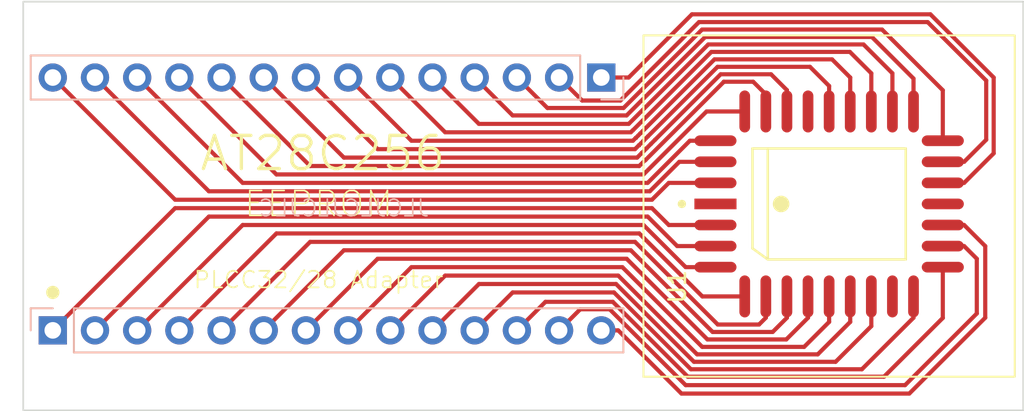
<source format=kicad_pcb>
(kicad_pcb (version 20211014) (generator pcbnew)
  (layers (0 "F.Cu" signal) (31 "B.Cu" signal) (34 "B.Paste" user) (35 "F.Paste" user) (36 "B.SilkS" user "B.Silkscreen") (37 "F.SilkS" user "F.Silkscreen") (38 "B.Mask" user) (39 "F.Mask" user) (44 "Edge.Cuts" user))
  (net 0 "")
  (net 1 "Net-(J1-Pad1)")
  (net 2 "Net-(J1-Pad2)")
  (net 3 "Net-(J1-Pad3)")
  (net 4 "Net-(J1-Pad4)")
  (net 5 "Net-(J1-Pad5)")
  (net 6 "Net-(J1-Pad6)")
  (net 7 "Net-(J1-Pad7)")
  (net 8 "Net-(J1-Pad8)")
  (net 9 "Net-(J1-Pad9)")
  (net 10 "Net-(J1-Pad10)")
  (net 11 "Net-(J1-Pad11)")
  (net 12 "Net-(J1-Pad12)")
  (net 13 "Net-(J1-Pad13)")
  (net 14 "Net-(J2-Pad1)")
  (net 15 "Net-(J2-Pad2)")
  (net 16 "Net-(J2-Pad3)")
  (net 17 "Net-(J2-Pad4)")
  (net 18 "Net-(J2-Pad5)")
  (net 19 "Net-(J2-Pad6)")
  (net 20 "Net-(J2-Pad7)")
  (net 21 "Net-(J2-Pad8)")
  (net 22 "Net-(J2-Pad9)")
  (net 23 "Net-(J2-Pad10)")
  (net 24 "Net-(J2-Pad11)")
  (net 25 "Net-(J2-Pad12)")
  (net 26 "Net-(J2-Pad13)")
  (net 31 "VCC")
  (net 32 "GND")
  (footprint "Stephenv6:Microchip-32J-10_2001-B-IPC_A" (layer "F.Cu") (at 154.686 112.014 90)
    (fp_text reference "U1" (at -6.091329 -9.136329 90) (layer "F.SilkS") (effects (justify left)))
    (fp_text value "PLCC32_28_28C256" hide)
    (fp_line (start -3.34425 -3.6914) (end 3.34425 -3.6914) (layer "F.SilkS") (width 0.15))
    (fp_line (start -2.6754 -4.61425) (end -3.34425 -3.6914) (layer "F.SilkS") (width 0.15))
    (fp_line (start 3.34425 4.61425) (end 3.34425 -4.61425) (layer "F.SilkS") (width 0.15))
    (fp_line (start 3.34425 -4.61425) (end -2.6754 -4.61425) (layer "F.SilkS") (width 0.15))
    (fp_line (start -3.34425 4.61425) (end 3.34425 4.61425) (layer "F.SilkS") (width 0.15))
    (fp_line (start -3.34425 -3.6914) (end -3.34425 4.61425) (layer "F.SilkS") (width 0.15))
    (fp_rect (start -10.414 -11.176) (end 10.16 11.176) (layer "F.SilkS") (width 0.12) (fill none))
    (fp_circle (center 0 -8.865329) (end 0.125 -8.865329) (layer "F.SilkS") (width 0.25) (fill none))
    (fp_circle (center 0 -2.8914) (end 0.25 -2.8914) (layer "F.SilkS") (width 0.5) (fill none))
    (pad "1" smd rect (at 0 -6.843552 90) (size 0.644962 2.535553) (layers "F.Cu" "F.Paste" "F.Mask"))
    (pad "2" smd roundrect (at -1.27 -6.843552 90) (size 0.644962 2.535553) (layers "F.Cu" "F.Paste" "F.Mask") (roundrect_rratio 0.5) (net 14 "Net-(J2-Pad1)"))
    (pad "3" smd roundrect (at -2.54 -6.843552 90) (size 0.644962 2.535553) (layers "F.Cu" "F.Paste" "F.Mask") (roundrect_rratio 0.5) (net 15 "Net-(J2-Pad2)"))
    (pad "4" smd roundrect (at -3.81 -6.843552 90) (size 0.644962 2.535553) (layers "F.Cu" "F.Paste" "F.Mask") (roundrect_rratio 0.5) (net 16 "Net-(J2-Pad3)"))
    (pad "5" smd roundrect (at -5.573552 -5.08 90) (size 2.535553 0.644962) (layers "F.Cu" "F.Paste" "F.Mask") (roundrect_rratio 0.5) (net 17 "Net-(J2-Pad4)"))
    (pad "6" smd roundrect (at -5.573552 -3.81 90) (size 2.535553 0.644962) (layers "F.Cu" "F.Paste" "F.Mask") (roundrect_rratio 0.5) (net 18 "Net-(J2-Pad5)"))
    (pad "7" smd roundrect (at -5.573552 -2.54 90) (size 2.535553 0.644962) (layers "F.Cu" "F.Paste" "F.Mask") (roundrect_rratio 0.5) (net 19 "Net-(J2-Pad6)"))
    (pad "8" smd roundrect (at -5.573552 -1.27 90) (size 2.535553 0.644962) (layers "F.Cu" "F.Paste" "F.Mask") (roundrect_rratio 0.5) (net 20 "Net-(J2-Pad7)"))
    (pad "9" smd roundrect (at -5.573552 0 90) (size 2.535553 0.644962) (layers "F.Cu" "F.Paste" "F.Mask") (roundrect_rratio 0.5) (net 21 "Net-(J2-Pad8)"))
    (pad "10" smd roundrect (at -5.573552 1.27 90) (size 2.535553 0.644962) (layers "F.Cu" "F.Paste" "F.Mask") (roundrect_rratio 0.5) (net 22 "Net-(J2-Pad9)"))
    (pad "11" smd roundrect (at -5.573552 2.54 90) (size 2.535553 0.644962) (layers "F.Cu" "F.Paste" "F.Mask") (roundrect_rratio 0.5) (net 23 "Net-(J2-Pad10)"))
    (pad "12" smd roundrect (at -5.573552 3.81 90) (size 2.535553 0.644962) (layers "F.Cu" "F.Paste" "F.Mask") (roundrect_rratio 0.5))
    (pad "13" smd roundrect (at -5.573552 5.08 90) (size 2.535553 0.644962) (layers "F.Cu" "F.Paste" "F.Mask") (roundrect_rratio 0.5) (net 24 "Net-(J2-Pad11)"))
    (pad "14" smd roundrect (at -3.81 6.843553 90) (size 0.644962 2.535553) (layers "F.Cu" "F.Paste" "F.Mask") (roundrect_rratio 0.5) (net 25 "Net-(J2-Pad12)"))
    (pad "15" smd roundrect (at -2.54 6.843553 90) (size 0.644962 2.535553) (layers "F.Cu" "F.Paste" "F.Mask") (roundrect_rratio 0.5) (net 26 "Net-(J2-Pad13)"))
    (pad "16" smd roundrect (at -1.27 6.843553 90) (size 0.644962 2.535553) (layers "F.Cu" "F.Paste" "F.Mask") (roundrect_rratio 0.5) (net 32 "GND"))
    (pad "17" smd roundrect (at 0 6.843553 90) (size 0.644962 2.535553) (layers "F.Cu" "F.Paste" "F.Mask") (roundrect_rratio 0.5))
    (pad "18" smd roundrect (at 1.27 6.843553 90) (size 0.644962 2.535553) (layers "F.Cu" "F.Paste" "F.Mask") (roundrect_rratio 0.5) (net 1 "Net-(J1-Pad1)"))
    (pad "19" smd roundrect (at 2.54 6.843553 90) (size 0.644962 2.535553) (layers "F.Cu" "F.Paste" "F.Mask") (roundrect_rratio 0.5) (net 2 "Net-(J1-Pad2)"))
    (pad "20" smd roundrect (at 3.81 6.843553 90) (size 0.644962 2.535553) (layers "F.Cu" "F.Paste" "F.Mask") (roundrect_rratio 0.5) (net 3 "Net-(J1-Pad3)"))
    (pad "21" smd roundrect (at 5.573553 5.08 90) (size 2.535553 0.644962) (layers "F.Cu" "F.Paste" "F.Mask") (roundrect_rratio 0.5) (net 4 "Net-(J1-Pad4)"))
    (pad "22" smd roundrect (at 5.573553 3.81 90) (size 2.535553 0.644962) (layers "F.Cu" "F.Paste" "F.Mask") (roundrect_rratio 0.5) (net 5 "Net-(J1-Pad5)"))
    (pad "23" smd roundrect (at 5.573553 2.54 90) (size 2.535553 0.644962) (layers "F.Cu" "F.Paste" "F.Mask") (roundrect_rratio 0.5) (net 6 "Net-(J1-Pad6)"))
    (pad "24" smd roundrect (at 5.573553 1.27 90) (size 2.535553 0.644962) (layers "F.Cu" "F.Paste" "F.Mask") (roundrect_rratio 0.5) (net 7 "Net-(J1-Pad7)"))
    (pad "25" smd roundrect (at 5.573553 0 90) (size 2.535553 0.644962) (layers "F.Cu" "F.Paste" "F.Mask") (roundrect_rratio 0.5) (net 8 "Net-(J1-Pad8)"))
    (pad "26" smd roundrect (at 5.573553 -1.27 90) (size 2.535553 0.644962) (layers "F.Cu" "F.Paste" "F.Mask") (roundrect_rratio 0.5))
    (pad "27" smd roundrect (at 5.573553 -2.54 90) (size 2.535553 0.644962) (layers "F.Cu" "F.Paste" "F.Mask") (roundrect_rratio 0.5) (net 9 "Net-(J1-Pad9)"))
    (pad "28" smd roundrect (at 5.573553 -3.81 90) (size 2.535553 0.644962) (layers "F.Cu" "F.Paste" "F.Mask") (roundrect_rratio 0.5) (net 10 "Net-(J1-Pad10)"))
    (pad "29" smd roundrect (at 5.573553 -5.08 90) (size 2.535553 0.644962) (layers "F.Cu" "F.Paste" "F.Mask") (roundrect_rratio 0.5) (net 11 "Net-(J1-Pad11)"))
    (pad "30" smd roundrect (at 3.81 -6.843552 90) (size 0.644962 2.535553) (layers "F.Cu" "F.Paste" "F.Mask") (roundrect_rratio 0.5) (net 12 "Net-(J1-Pad12)"))
    (pad "31" smd roundrect (at 2.54 -6.843552 90) (size 0.644962 2.535553) (layers "F.Cu" "F.Paste" "F.Mask") (roundrect_rratio 0.5) (net 13 "Net-(J1-Pad13)"))
    (pad "32" smd roundrect (at 1.27 -6.843552 90) (size 0.644962 2.535553) (layers "F.Cu" "F.Paste" "F.Mask") (roundrect_rratio 0.5) (net 31 "VCC"))
  )
  (footprint "Connector_PinHeader_2.54mm:PinHeader_1x14_P2.54mm_Vertical" (layer "B.Cu") (at 140.97 104.394 90)
    (fp_text reference "J1" hide)
    (fp_text value "Conn_01x14")
    (fp_line (start -1.33 -34.35) (end 1.33 -34.35) (layer "B.SilkS") (width 0.12))
    (fp_line (start -1.33 1.33) (end 0 1.33) (layer "B.SilkS") (width 0.12))
    (fp_line (start -1.33 0) (end -1.33 1.33) (layer "B.SilkS") (width 0.12))
    (fp_line (start 1.33 -1.27) (end 1.33 -34.35) (layer "B.SilkS") (width 0.12))
    (fp_line (start -1.33 -1.27) (end 1.33 -1.27) (layer "B.SilkS") (width 0.12))
    (fp_line (start -1.33 -1.27) (end -1.33 -34.35) (layer "B.SilkS") (width 0.12))
    (pad "1" thru_hole rect locked (at 0 0 90) (size 1.7 1.7) (drill 1) (layers *.Cu *.Mask) (net 1 "Net-(J1-Pad1)"))
    (pad "2" thru_hole oval locked (at 0 -2.54 90) (size 1.7 1.7) (drill 1) (layers *.Cu *.Mask) (net 2 "Net-(J1-Pad2)"))
    (pad "3" thru_hole oval locked (at 0 -5.08 90) (size 1.7 1.7) (drill 1) (layers *.Cu *.Mask) (net 3 "Net-(J1-Pad3)"))
    (pad "4" thru_hole oval locked (at 0 -7.62 90) (size 1.7 1.7) (drill 1) (layers *.Cu *.Mask) (net 4 "Net-(J1-Pad4)"))
    (pad "5" thru_hole oval locked (at 0 -10.16 90) (size 1.7 1.7) (drill 1) (layers *.Cu *.Mask) (net 5 "Net-(J1-Pad5)"))
    (pad "6" thru_hole oval locked (at 0 -12.7 90) (size 1.7 1.7) (drill 1) (layers *.Cu *.Mask) (net 6 "Net-(J1-Pad6)"))
    (pad "7" thru_hole oval locked (at 0 -15.24 90) (size 1.7 1.7) (drill 1) (layers *.Cu *.Mask) (net 7 "Net-(J1-Pad7)"))
    (pad "8" thru_hole oval locked (at 0 -17.78 90) (size 1.7 1.7) (drill 1) (layers *.Cu *.Mask) (net 8 "Net-(J1-Pad8)"))
    (pad "9" thru_hole oval locked (at 0 -20.32 90) (size 1.7 1.7) (drill 1) (layers *.Cu *.Mask) (net 9 "Net-(J1-Pad9)"))
    (pad "10" thru_hole oval locked (at 0 -22.86 90) (size 1.7 1.7) (drill 1) (layers *.Cu *.Mask) (net 10 "Net-(J1-Pad10)"))
    (pad "11" thru_hole oval locked (at 0 -25.4 90) (size 1.7 1.7) (drill 1) (layers *.Cu *.Mask) (net 11 "Net-(J1-Pad11)"))
    (pad "12" thru_hole oval locked (at 0 -27.94 90) (size 1.7 1.7) (drill 1) (layers *.Cu *.Mask) (net 12 "Net-(J1-Pad12)"))
    (pad "13" thru_hole oval locked (at 0 -30.48 90) (size 1.7 1.7) (drill 1) (layers *.Cu *.Mask) (net 13 "Net-(J1-Pad13)"))
    (pad "14" thru_hole oval locked (at 0 -33.02 90) (size 1.7 1.7) (drill 1) (layers *.Cu *.Mask) (net 31 "VCC"))
  )
  (footprint "Connector_PinHeader_2.54mm:PinHeader_1x14_P2.54mm_Vertical" (layer "B.Cu") (at 107.95 119.634 -90)
    (fp_text reference "J2" hide)
    (fp_text value "Conn_01x14")
    (fp_line (start 1.33 -1.27) (end 1.33 -34.35) (layer "B.SilkS") (width 0.12))
    (fp_line (start -1.33 1.33) (end 0 1.33) (layer "B.SilkS") (width 0.12))
    (fp_line (start -1.33 -34.35) (end 1.33 -34.35) (layer "B.SilkS") (width 0.12))
    (fp_line (start -1.33 -1.27) (end 1.33 -1.27) (layer "B.SilkS") (width 0.12))
    (fp_line (start -1.33 0) (end -1.33 1.33) (layer "B.SilkS") (width 0.12))
    (fp_line (start -1.33 -1.27) (end -1.33 -34.35) (layer "B.SilkS") (width 0.12))
    (pad "1" thru_hole rect locked (at 0 0 270) (size 1.7 1.7) (drill 1) (layers *.Cu *.Mask) (net 14 "Net-(J2-Pad1)"))
    (pad "2" thru_hole oval locked (at 0 -2.54 270) (size 1.7 1.7) (drill 1) (layers *.Cu *.Mask) (net 15 "Net-(J2-Pad2)"))
    (pad "3" thru_hole oval locked (at 0 -5.08 270) (size 1.7 1.7) (drill 1) (layers *.Cu *.Mask) (net 16 "Net-(J2-Pad3)"))
    (pad "4" thru_hole oval locked (at 0 -7.62 270) (size 1.7 1.7) (drill 1) (layers *.Cu *.Mask) (net 17 "Net-(J2-Pad4)"))
    (pad "5" thru_hole oval locked (at 0 -10.16 270) (size 1.7 1.7) (drill 1) (layers *.Cu *.Mask) (net 18 "Net-(J2-Pad5)"))
    (pad "6" thru_hole oval locked (at 0 -12.7 270) (size 1.7 1.7) (drill 1) (layers *.Cu *.Mask) (net 19 "Net-(J2-Pad6)"))
    (pad "7" thru_hole oval locked (at 0 -15.24 270) (size 1.7 1.7) (drill 1) (layers *.Cu *.Mask) (net 20 "Net-(J2-Pad7)"))
    (pad "8" thru_hole oval locked (at 0 -17.78 270) (size 1.7 1.7) (drill 1) (layers *.Cu *.Mask) (net 21 "Net-(J2-Pad8)"))
    (pad "9" thru_hole oval locked (at 0 -20.32 270) (size 1.7 1.7) (drill 1) (layers *.Cu *.Mask) (net 22 "Net-(J2-Pad9)"))
    (pad "10" thru_hole oval locked (at 0 -22.86 270) (size 1.7 1.7) (drill 1) (layers *.Cu *.Mask) (net 23 "Net-(J2-Pad10)"))
    (pad "11" thru_hole oval locked (at 0 -25.4 270) (size 1.7 1.7) (drill 1) (layers *.Cu *.Mask) (net 24 "Net-(J2-Pad11)"))
    (pad "12" thru_hole oval locked (at 0 -27.94 270) (size 1.7 1.7) (drill 1) (layers *.Cu *.Mask) (net 25 "Net-(J2-Pad12)"))
    (pad "13" thru_hole oval locked (at 0 -30.48 270) (size 1.7 1.7) (drill 1) (layers *.Cu *.Mask) (net 26 "Net-(J2-Pad13)"))
    (pad "14" thru_hole oval locked (at 0 -33.02 270) (size 1.7 1.7) (drill 1) (layers *.Cu *.Mask) (net 32 "GND"))
  )
  (gr_circle (center 107.95 117.348) (end 107.95 117.548) (layer "F.SilkS") (width 0.4) (fill none))
  (gr_rect (start 166.37 99.822) (end 106.172 124.46) (layer "Edge.Cuts") (width 0.1) (fill none))
  (gr_text "JLCJLCJLCJLC" (at 125.476 112.268) (layer "B.SilkS") (effects (font (size 1 1) (thickness 0.1)) (justify mirror)))
  (gr_text "EEPROM" (at 123.952 112.014) (layer "F.SilkS") (effects (font (size 1.5 1.5) (thickness 0.1))))
  (gr_text "PLCC32/28 Adapter" (at 123.952 116.586) (layer "F.SilkS") (effects (font (size 1 1) (thickness 0.1))))
  (gr_text "AT28C256" (at 124.206 108.966) (layer "F.SilkS") (effects (font (size 2 2) (thickness 0.2))))
  (segment (start 146.428888 100.584) (end 160.783407 100.584) (width 0.25) (layer "F.Cu") (net 1))
  (segment (start 142.618888 104.394) (end 146.428888 100.584) (width 0.25) (layer "F.Cu") (net 1))
  (segment (start 162.814 110.744) (end 161.529553 110.744) (width 0.25) (layer "F.Cu") (net 1))
  (segment (start 164.592 108.966) (end 162.814 110.744) (width 0.25) (layer "F.Cu") (net 1))
  (segment (start 140.97 104.394) (end 142.618888 104.394) (width 0.25) (layer "F.Cu") (net 1))
  (segment (start 160.783407 100.584) (end 164.592 104.392593) (width 0.25) (layer "F.Cu") (net 1))
  (segment (start 164.592 104.392593) (end 164.592 108.966) (width 0.25) (layer "F.Cu") (net 1))
  (segment (start 162.814 109.474) (end 161.529553 109.474) (width 0.25) (layer "F.Cu") (net 2))
  (segment (start 142.123022 105.780978) (end 146.852089 101.051911) (width 0.25) (layer "F.Cu") (net 2))
  (segment (start 138.43 104.394) (end 139.816978 105.780978) (width 0.25) (layer "F.Cu") (net 2))
  (segment (start 164.142489 108.145511) (end 162.814 109.474) (width 0.25) (layer "F.Cu") (net 2))
  (segment (start 160.615615 101.051911) (end 164.142489 104.578785) (width 0.25) (layer "F.Cu") (net 2))
  (segment (start 139.816978 105.780978) (end 142.123022 105.780978) (width 0.25) (layer "F.Cu") (net 2))
  (segment (start 164.142489 104.578785) (end 164.142489 108.145511) (width 0.25) (layer "F.Cu") (net 2))
  (segment (start 146.852089 101.051911) (end 160.615615 101.051911) (width 0.25) (layer "F.Cu") (net 2))
  (segment (start 135.89 104.394) (end 137.726489 106.230489) (width 0.25) (layer "F.Cu") (net 3))
  (segment (start 142.309216 106.230488) (end 147.038282 101.501422) (width 0.25) (layer "F.Cu") (net 3))
  (segment (start 147.038282 101.501422) (end 157.869378 101.501422) (width 0.25) (layer "F.Cu") (net 3))
  (segment (start 137.726489 106.230489) (end 142.309216 106.230488) (width 0.25) (layer "F.Cu") (net 3))
  (segment (start 161.529553 105.161597) (end 161.529553 108.204) (width 0.25) (layer "F.Cu") (net 3))
  (segment (start 157.869378 101.501422) (end 161.529553 105.161597) (width 0.25) (layer "F.Cu") (net 3))
  (segment (start 135.636 106.68) (end 142.49541 106.679998) (width 0.25) (layer "F.Cu") (net 4))
  (segment (start 159.766 104.457148) (end 159.766 106.440447) (width 0.25) (layer "F.Cu") (net 4))
  (segment (start 142.49541 106.679998) (end 147.224475 101.950933) (width 0.25) (layer "F.Cu") (net 4))
  (segment (start 147.224475 101.950933) (end 157.259785 101.950933) (width 0.25) (layer "F.Cu") (net 4))
  (segment (start 157.259785 101.950933) (end 159.766 104.457148) (width 0.25) (layer "F.Cu") (net 4))
  (segment (start 133.35 104.394) (end 135.636 106.68) (width 0.25) (layer "F.Cu") (net 4))
  (segment (start 130.81 104.394) (end 133.604 107.188) (width 0.25) (layer "F.Cu") (net 5))
  (segment (start 147.410668 102.400444) (end 156.756444 102.400444) (width 0.25) (layer "F.Cu") (net 5))
  (segment (start 142.623112 107.188) (end 147.410668 102.400444) (width 0.25) (layer "F.Cu") (net 5))
  (segment (start 156.756444 102.400444) (end 158.496 104.14) (width 0.25) (layer "F.Cu") (net 5))
  (segment (start 133.604 107.188) (end 142.623112 107.188) (width 0.25) (layer "F.Cu") (net 5))
  (segment (start 158.496 104.14) (end 158.496 106.440447) (width 0.25) (layer "F.Cu") (net 5))
  (segment (start 131.572 107.696) (end 142.745184 107.696) (width 0.25) (layer "F.Cu") (net 6))
  (segment (start 142.867798 107.579018) (end 147.596861 102.849955) (width 0.25) (layer "F.Cu") (net 6))
  (segment (start 128.27 104.394) (end 131.572 107.696) (width 0.25) (layer "F.Cu") (net 6))
  (segment (start 157.226 104.14) (end 157.226 106.440447) (width 0.25) (layer "F.Cu") (net 6))
  (segment (start 142.745184 107.696) (end 142.862166 107.579018) (width 0.25) (layer "F.Cu") (net 6))
  (segment (start 147.596861 102.849955) (end 155.935955 102.849955) (width 0.25) (layer "F.Cu") (net 6))
  (segment (start 142.862166 107.579018) (end 142.867798 107.579018) (width 0.25) (layer "F.Cu") (net 6))
  (segment (start 155.935955 102.849955) (end 157.226 104.14) (width 0.25) (layer "F.Cu") (net 6))
  (segment (start 147.783054 103.299466) (end 154.861466 103.299466) (width 0.25) (layer "F.Cu") (net 7))
  (segment (start 143.317388 107.765179) (end 143.317388 107.765132) (width 0.25) (layer "F.Cu") (net 7))
  (segment (start 143.054023 108.028497) (end 143.05407 108.028497) (width 0.25) (layer "F.Cu") (net 7))
  (segment (start 143.054151 108.028464) (end 143.188587 107.89398) (width 0.25) (layer "F.Cu") (net 7))
  (segment (start 143.053992 108.028528) (end 143.054023 108.028497) (width 0.25) (layer "F.Cu") (net 7))
  (segment (start 142.872888 108.204) (end 143.048359 108.028529) (width 0.25) (layer "F.Cu") (net 7))
  (segment (start 143.054103 108.028464) (end 143.054151 108.028464) (width 0.25) (layer "F.Cu") (net 7))
  (segment (start 143.317388 107.765132) (end 147.783054 103.299466) (width 0.25) (layer "F.Cu") (net 7))
  (segment (start 125.73 104.394) (end 129.54 108.204) (width 0.25) (layer "F.Cu") (net 7))
  (segment (start 143.05407 108.028497) (end 143.054103 108.028464) (width 0.25) (layer "F.Cu") (net 7))
  (segment (start 129.54 108.204) (end 142.872888 108.204) (width 0.25) (layer "F.Cu") (net 7))
  (segment (start 154.861466 103.299466) (end 155.956 104.394) (width 0.25) (layer "F.Cu") (net 7))
  (segment (start 155.956 104.394) (end 155.956 106.440447) (width 0.25) (layer "F.Cu") (net 7))
  (segment (start 143.188587 107.89398) (end 143.317388 107.765179) (width 0.25) (layer "F.Cu") (net 7))
  (segment (start 143.048359 108.028529) (end 143.053992 108.028528) (width 0.25) (layer "F.Cu") (net 7))
  (segment (start 143.240186 108.478038) (end 143.240216 108.478008) (width 0.25) (layer "F.Cu") (net 8))
  (segment (start 154.686 104.902) (end 154.686 106.440447) (width 0.25) (layer "F.Cu") (net 8))
  (segment (start 143.240216 108.478008) (end 143.240264 108.478007) (width 0.25) (layer "F.Cu") (net 8))
  (segment (start 143.240425 108.477942) (end 143.374861 108.343458) (width 0.25) (layer "F.Cu") (net 8))
  (segment (start 143.503662 108.214657) (end 143.503662 108.214611) (width 0.25) (layer "F.Cu") (net 8))
  (segment (start 143.503662 108.214611) (end 143.509265 108.209006) (width 0.25) (layer "F.Cu") (net 8))
  (segment (start 143.240264 108.478007) (end 143.240296 108.477975) (width 0.25) (layer "F.Cu") (net 8))
  (segment (start 153.532977 103.748977) (end 154.686 104.902) (width 0.25) (layer "F.Cu") (net 8))
  (segment (start 143.509265 108.209006) (end 143.766899 107.951372) (width 0.25) (layer "F.Cu") (net 8))
  (segment (start 143.234554 108.478038) (end 143.240186 108.478038) (width 0.25) (layer "F.Cu") (net 8))
  (segment (start 127.508 108.712) (end 143.000592 108.712) (width 0.25) (layer "F.Cu") (net 8))
  (segment (start 147.969247 103.748977) (end 153.532977 103.748977) (width 0.25) (layer "F.Cu") (net 8))
  (segment (start 123.19 104.394) (end 127.508 108.712) (width 0.25) (layer "F.Cu") (net 8))
  (segment (start 143.766899 107.951325) (end 147.969247 103.748977) (width 0.25) (layer "F.Cu") (net 8))
  (segment (start 143.000592 108.712) (end 143.234554 108.478038) (width 0.25) (layer "F.Cu") (net 8))
  (segment (start 143.240344 108.477975) (end 143.240377 108.477942) (width 0.25) (layer "F.Cu") (net 8))
  (segment (start 143.240296 108.477975) (end 143.240344 108.477975) (width 0.25) (layer "F.Cu") (net 8))
  (segment (start 143.240377 108.477942) (end 143.240425 108.477942) (width 0.25) (layer "F.Cu") (net 8))
  (segment (start 143.766899 107.951372) (end 143.766899 107.951325) (width 0.25) (layer "F.Cu") (net 8))
  (segment (start 143.374861 108.343458) (end 143.503662 108.214657) (width 0.25) (layer "F.Cu") (net 8))
  (segment (start 120.65 104.394) (end 125.476 109.22) (width 0.25) (layer "F.Cu") (net 9))
  (segment (start 143.953173 108.400802) (end 144.21641 108.137565) (width 0.25) (layer "F.Cu") (net 9))
  (segment (start 143.953173 108.40085) (end 143.953173 108.400802) (width 0.25) (layer "F.Cu") (net 9))
  (segment (start 125.476 109.22) (end 143.128296 109.22) (width 0.25) (layer "F.Cu") (net 9))
  (segment (start 152.146 105.156) (end 152.146 106.440447) (width 0.25) (layer "F.Cu") (net 9))
  (segment (start 143.689936 108.664135) (end 143.689936 108.664089) (width 0.25) (layer "F.Cu") (net 9))
  (segment (start 143.430465 108.923653) (end 143.43578 108.923542) (width 0.25) (layer "F.Cu") (net 9))
  (segment (start 143.426489 108.927486) (end 143.426538 108.927485) (width 0.25) (layer "F.Cu") (net 9))
  (segment (start 144.21641 108.137565) (end 144.21641 108.137518) (width 0.25) (layer "F.Cu") (net 9))
  (segment (start 143.42657 108.927453) (end 143.426618 108.927453) (width 0.25) (layer "F.Cu") (net 9))
  (segment (start 143.128296 109.22) (end 143.420747 108.927549) (width 0.25) (layer "F.Cu") (net 9))
  (segment (start 151.188489 104.198489) (end 152.146 105.156) (width 0.25) (layer "F.Cu") (net 9))
  (segment (start 148.155439 104.198489) (end 151.188489 104.198489) (width 0.25) (layer "F.Cu") (net 9))
  (segment (start 143.689936 108.664089) (end 143.695539 108.658484) (width 0.25) (layer "F.Cu") (net 9))
  (segment (start 143.426618 108.927453) (end 143.426651 108.92742) (width 0.25) (layer "F.Cu") (net 9))
  (segment (start 143.426651 108.92742) (end 143.426699 108.92742) (width 0.25) (layer "F.Cu") (net 9))
  (segment (start 143.426411 108.927517) (end 143.426458 108.927517) (width 0.25) (layer "F.Cu") (net 9))
  (segment (start 143.559169 108.794902) (end 143.689936 108.664135) (width 0.25) (layer "F.Cu") (net 9))
  (segment (start 143.695539 108.658484) (end 143.953173 108.40085) (width 0.25) (layer "F.Cu") (net 9))
  (segment (start 143.43578 108.923542) (end 143.559169 108.794902) (width 0.25) (layer "F.Cu") (net 9))
  (segment (start 143.420747 108.927549) (end 143.42638 108.927548) (width 0.25) (layer "F.Cu") (net 9))
  (segment (start 143.426538 108.927485) (end 143.42657 108.927453) (width 0.25) (layer "F.Cu") (net 9))
  (segment (start 143.426699 108.92742) (end 143.430465 108.923653) (width 0.25) (layer "F.Cu") (net 9))
  (segment (start 143.42638 108.927548) (end 143.426411 108.927517) (width 0.25) (layer "F.Cu") (net 9))
  (segment (start 144.21641 108.137518) (end 148.155439 104.198489) (width 0.25) (layer "F.Cu") (net 9))
  (segment (start 143.426458 108.927517) (end 143.426489 108.927486) (width 0.25) (layer "F.Cu") (net 9))
  (segment (start 143.612892 109.376931) (end 143.612917 109.376906) (width 0.25) (layer "F.Cu") (net 10))
  (segment (start 143.612844 109.376931) (end 143.612892 109.376931) (width 0.25) (layer "F.Cu") (net 10))
  (segment (start 143.612952 109.376906) (end 143.616648 109.373209) (width 0.25) (layer "F.Cu") (net 10))
  (segment (start 143.621864 109.373103) (end 143.625616 109.369194) (width 0.25) (layer "F.Cu") (net 10))
  (segment (start 143.612684 109.376995) (end 143.612732 109.376995) (width 0.25) (layer "F.Cu") (net 10))
  (segment (start 150.876 105.41) (end 150.876 106.440447) (width 0.25) (layer "F.Cu") (net 10))
  (segment (start 148.341632 104.658741) (end 148.341632 104.648) (width 0.25) (layer "F.Cu") (net 10))
  (segment (start 143.612574 109.377058) (end 143.612604 109.377028) (width 0.25) (layer "F.Cu") (net 10))
  (segment (start 143.612604 109.377028) (end 143.612652 109.377027) (width 0.25) (layer "F.Cu") (net 10))
  (segment (start 143.612732 109.376995) (end 143.612763 109.376964) (width 0.25) (layer "F.Cu") (net 10))
  (segment (start 143.256 109.728) (end 143.606942 109.377058) (width 0.25) (layer "F.Cu") (net 10))
  (segment (start 143.625616 109.369194) (end 143.631297 109.369076) (width 0.25) (layer "F.Cu") (net 10))
  (segment (start 143.616648 109.373209) (end 143.621864 109.373103) (width 0.25) (layer "F.Cu") (net 10))
  (segment (start 143.612917 109.376906) (end 143.612952 109.376906) (width 0.25) (layer "F.Cu") (net 10))
  (segment (start 143.606942 109.377058) (end 143.612574 109.377058) (width 0.25) (layer "F.Cu") (net 10))
  (segment (start 150.114 104.648) (end 150.876 105.41) (width 0.25) (layer "F.Cu") (net 10))
  (segment (start 143.612812 109.376963) (end 143.612844 109.376931) (width 0.25) (layer "F.Cu") (net 10))
  (segment (start 118.11 104.394) (end 123.444 109.728) (width 0.25) (layer "F.Cu") (net 10))
  (segment (start 148.341632 104.648) (end 150.114 104.648) (width 0.25) (layer "F.Cu") (net 10))
  (segment (start 123.444 109.728) (end 143.256 109.728) (width 0.25) (layer "F.Cu") (net 10))
  (segment (start 143.612763 109.376964) (end 143.612812 109.376963) (width 0.25) (layer "F.Cu") (net 10))
  (segment (start 143.631297 109.369076) (end 148.341632 104.658741) (width 0.25) (layer "F.Cu") (net 10))
  (segment (start 143.612652 109.377027) (end 143.612684 109.376995) (width 0.25) (layer "F.Cu") (net 10))
  (segment (start 143.51 110.236) (end 147.305553 106.440447) (width 0.25) (layer "F.Cu") (net 11))
  (segment (start 121.412 110.236) (end 143.51 110.236) (width 0.25) (layer "F.Cu") (net 11))
  (segment (start 147.305553 106.440447) (end 149.606 106.440447) (width 0.25) (layer "F.Cu") (net 11))
  (segment (start 115.57 104.394) (end 121.412 110.236) (width 0.25) (layer "F.Cu") (net 11))
  (segment (start 143.762592 110.744) (end 146.302592 108.204) (width 0.25) (layer "F.Cu") (net 12))
  (segment (start 119.38 110.744) (end 143.762592 110.744) (width 0.25) (layer "F.Cu") (net 12))
  (segment (start 146.302592 108.204) (end 147.842448 108.204) (width 0.25) (layer "F.Cu") (net 12))
  (segment (start 113.03 104.394) (end 119.38 110.744) (width 0.25) (layer "F.Cu") (net 12))
  (segment (start 145.668296 109.474) (end 143.890296 111.252) (width 0.25) (layer "F.Cu") (net 13))
  (segment (start 147.842448 109.474) (end 145.668296 109.474) (width 0.25) (layer "F.Cu") (net 13))
  (segment (start 143.890296 111.252) (end 117.348 111.252) (width 0.25) (layer "F.Cu") (net 13))
  (segment (start 117.348 111.252) (end 110.49 104.394) (width 0.25) (layer "F.Cu") (net 13))
  (segment (start 115.316 112.268) (end 107.95 119.634) (width 0.25) (layer "F.Cu") (net 14))
  (segment (start 144.018 112.268) (end 115.316 112.268) (width 0.25) (layer "F.Cu") (net 14))
  (segment (start 147.842448 113.284) (end 145.034 113.284) (width 0.25) (layer "F.Cu") (net 14))
  (segment (start 145.034 113.284) (end 144.018 112.268) (width 0.25) (layer "F.Cu") (net 14))
  (segment (start 117.348 112.776) (end 143.764 112.776) (width 0.25) (layer "F.Cu") (net 15))
  (segment (start 143.764 112.776) (end 145.542 114.554) (width 0.25) (layer "F.Cu") (net 15))
  (segment (start 110.49 119.634) (end 117.348 112.776) (width 0.25) (layer "F.Cu") (net 15))
  (segment (start 145.542 114.554) (end 147.842448 114.554) (width 0.25) (layer "F.Cu") (net 15))
  (segment (start 147.842448 115.824) (end 146.05 115.824) (width 0.25) (layer "F.Cu") (net 16))
  (segment (start 146.05 115.824) (end 143.51 113.284) (width 0.25) (layer "F.Cu") (net 16))
  (segment (start 143.51 113.284) (end 119.38 113.284) (width 0.25) (layer "F.Cu") (net 16))
  (segment (start 119.38 113.284) (end 113.03 119.634) (width 0.25) (layer "F.Cu") (net 16))
  (segment (start 121.412 113.792) (end 143.256 113.792) (width 0.25) (layer "F.Cu") (net 17))
  (segment (start 147.051552 117.587552) (end 149.606 117.587552) (width 0.25) (layer "F.Cu") (net 17))
  (segment (start 143.256 113.792) (end 147.051552 117.587552) (width 0.25) (layer "F.Cu") (net 17))
  (segment (start 115.57 119.634) (end 121.412 113.792) (width 0.25) (layer "F.Cu") (net 17))
  (segment (start 150.876 118.872) (end 150.466576 119.281424) (width 0.25) (layer "F.Cu") (net 18))
  (segment (start 150.466576 119.281424) (end 147.983423 119.281423) (width 0.25) (layer "F.Cu") (net 18))
  (segment (start 147.983423 119.281423) (end 143.002 114.3) (width 0.25) (layer "F.Cu") (net 18))
  (segment (start 150.876 117.587552) (end 150.876 118.872) (width 0.25) (layer "F.Cu") (net 18))
  (segment (start 123.444 114.3) (end 118.11 119.634) (width 0.25) (layer "F.Cu") (net 18))
  (segment (start 143.002 114.3) (end 123.444 114.3) (width 0.25) (layer "F.Cu") (net 18))
  (segment (start 142.748 114.808) (end 147.670934 119.730934) (width 0.25) (layer "F.Cu") (net 19))
  (segment (start 147.670934 119.730934) (end 151.287064 119.730936) (width 0.25) (layer "F.Cu") (net 19))
  (segment (start 152.146 118.872) (end 152.146 117.587552) (width 0.25) (layer "F.Cu") (net 19))
  (segment (start 120.65 119.634) (end 125.476 114.808) (width 0.25) (layer "F.Cu") (net 19))
  (segment (start 125.476 114.808) (end 142.748 114.808) (width 0.25) (layer "F.Cu") (net 19))
  (segment (start 151.287064 119.730936) (end 152.146 118.872) (width 0.25) (layer "F.Cu") (net 19))
  (segment (start 153.416 118.872) (end 152.107553 120.180447) (width 0.25) (layer "F.Cu") (net 20))
  (segment (start 153.416 117.587552) (end 153.416 118.872) (width 0.25) (layer "F.Cu") (net 20))
  (segment (start 142.494 115.316) (end 127.508 115.316) (width 0.25) (layer "F.Cu") (net 20))
  (segment (start 127.508 115.316) (end 123.19 119.634) (width 0.25) (layer "F.Cu") (net 20))
  (segment (start 147.358445 120.180445) (end 142.494 115.316) (width 0.25) (layer "F.Cu") (net 20))
  (segment (start 152.107553 120.180447) (end 147.358445 120.180445) (width 0.25) (layer "F.Cu") (net 20))
  (segment (start 129.54 115.824) (end 142.24 115.824) (width 0.25) (layer "F.Cu") (net 21))
  (segment (start 125.73 119.634) (end 129.54 115.824) (width 0.25) (layer "F.Cu") (net 21))
  (segment (start 153.182044 120.629956) (end 154.686 119.126) (width 0.25) (layer "F.Cu") (net 21))
  (segment (start 147.045956 120.629956) (end 153.182044 120.629956) (width 0.25) (layer "F.Cu") (net 21))
  (segment (start 142.24 115.824) (end 147.045956 120.629956) (width 0.25) (layer "F.Cu") (net 21))
  (segment (start 154.686 119.126) (end 154.686 117.587552) (width 0.25) (layer "F.Cu") (net 21))
  (segment (start 155.956 119.126) (end 154.002533 121.079467) (width 0.25) (layer "F.Cu") (net 22))
  (segment (start 154.002533 121.079467) (end 146.736283 121.079467) (width 0.25) (layer "F.Cu") (net 22))
  (segment (start 141.988816 116.332) (end 131.572 116.332) (width 0.25) (layer "F.Cu") (net 22))
  (segment (start 146.736283 121.079467) (end 141.988816 116.332) (width 0.25) (layer "F.Cu") (net 22))
  (segment (start 155.956 117.587552) (end 155.956 119.126) (width 0.25) (layer "F.Cu") (net 22))
  (segment (start 131.572 116.332) (end 128.27 119.634) (width 0.25) (layer "F.Cu") (net 22))
  (segment (start 133.604 116.84) (end 141.861112 116.84) (width 0.25) (layer "F.Cu") (net 23))
  (segment (start 157.226 119.38) (end 157.226 117.587552) (width 0.25) (layer "F.Cu") (net 23))
  (segment (start 146.55009 121.528978) (end 155.077022 121.528978) (width 0.25) (layer "F.Cu") (net 23))
  (segment (start 130.81 119.634) (end 133.604 116.84) (width 0.25) (layer "F.Cu") (net 23))
  (segment (start 141.861112 116.84) (end 146.55009 121.528978) (width 0.25) (layer "F.Cu") (net 23))
  (segment (start 155.077022 121.528978) (end 157.226 119.38) (width 0.25) (layer "F.Cu") (net 23))
  (segment (start 135.636 117.348) (end 141.733408 117.348) (width 0.25) (layer "F.Cu") (net 24))
  (segment (start 156.659511 121.978489) (end 159.766 118.872) (width 0.25) (layer "F.Cu") (net 24))
  (segment (start 141.733408 117.348) (end 146.363897 121.978489) (width 0.25) (layer "F.Cu") (net 24))
  (segment (start 159.766 118.872) (end 159.766 117.587552) (width 0.25) (layer "F.Cu") (net 24))
  (segment (start 146.363897 121.978489) (end 156.659511 121.978489) (width 0.25) (layer "F.Cu") (net 24))
  (segment (start 133.35 119.634) (end 135.636 117.348) (width 0.25) (layer "F.Cu") (net 24))
  (segment (start 157.988 122.428) (end 161.529553 118.886447) (width 0.25) (layer "F.Cu") (net 25))
  (segment (start 135.89 119.634) (end 137.60951 117.91449) (width 0.25) (layer "F.Cu") (net 25))
  (segment (start 137.60951 117.91449) (end 141.664194 117.91449) (width 0.25) (layer "F.Cu") (net 25))
  (segment (start 141.664194 117.91449) (end 146.177704 122.428) (width 0.25) (layer "F.Cu") (net 25))
  (segment (start 161.529553 118.886447) (end 161.529553 115.824) (width 0.25) (layer "F.Cu") (net 25))
  (segment (start 146.177704 122.428) (end 157.988 122.428) (width 0.25) (layer "F.Cu") (net 25))
  (segment (start 141.478 118.364) (end 139.7 118.364) (width 0.25) (layer "F.Cu") (net 26))
  (segment (start 139.7 118.364) (end 138.43 119.634) (width 0.25) (layer "F.Cu") (net 26))
  (segment (start 163.576 115.316) (end 163.576 118.618) (width 0.25) (layer "F.Cu") (net 26))
  (segment (start 159.258 122.936) (end 146.05 122.936) (width 0.25) (layer "F.Cu") (net 26))
  (segment (start 146.05 122.936) (end 141.478 118.364) (width 0.25) (layer "F.Cu") (net 26))
  (segment (start 161.529553 114.554) (end 162.814 114.554) (width 0.25) (layer "F.Cu") (net 26))
  (segment (start 163.576 118.618) (end 159.258 122.936) (width 0.25) (layer "F.Cu") (net 26))
  (segment (start 162.814 114.554) (end 163.576 115.316) (width 0.25) (layer "F.Cu") (net 26))
  (segment (start 115.316 111.76) (end 144.018 111.76) (width 0.25) (layer "F.Cu") (net 31))
  (segment (start 107.95 104.394) (end 115.316 111.76) (width 0.25) (layer "F.Cu") (net 31))
  (segment (start 144.018 111.76) (end 145.034 110.744) (width 0.25) (layer "F.Cu") (net 31))
  (segment (start 145.034 110.744) (end 147.842448 110.744) (width 0.25) (layer "F.Cu") (net 31))
  (segment (start 145.796 123.444) (end 159.512 123.444) (width 0.25) (layer "F.Cu") (net 32))
  (segment (start 162.814 113.284) (end 161.529553 113.284) (width 0.25) (layer "F.Cu") (net 32))
  (segment (start 159.512 123.444) (end 164.084 118.872) (width 0.25) (layer "F.Cu") (net 32))
  (segment (start 164.084 118.872) (end 164.084 114.554) (width 0.25) (layer "F.Cu") (net 32))
  (segment (start 140.97 119.634) (end 141.986 119.634) (width 0.25) (layer "F.Cu") (net 32))
  (segment (start 141.986 119.634) (end 145.796 123.444) (width 0.25) (layer "F.Cu") (net 32))
  (segment (start 164.084 114.554) (end 162.814 113.284) (width 0.25) (layer "F.Cu") (net 32))
)
</source>
